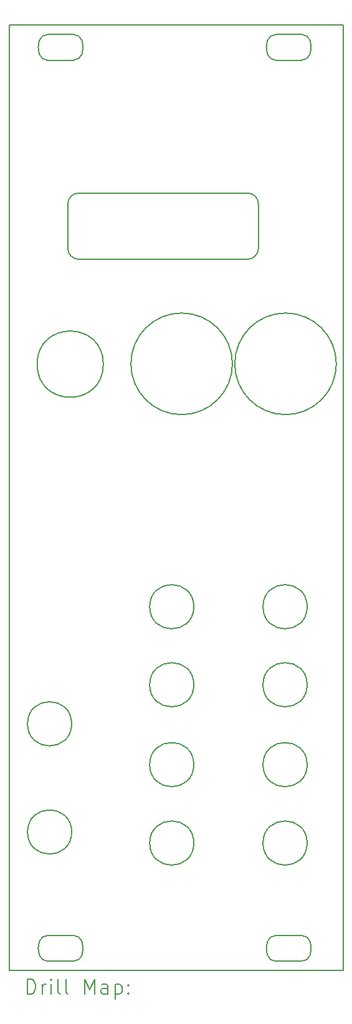
<source format=gbr>
%TF.GenerationSoftware,KiCad,Pcbnew,(6.0.7-1)-1*%
%TF.CreationDate,2022-12-12T14:07:08+01:00*%
%TF.ProjectId,panel,70616e65-6c2e-46b6-9963-61645f706362,rev?*%
%TF.SameCoordinates,Original*%
%TF.FileFunction,Drillmap*%
%TF.FilePolarity,Positive*%
%FSLAX45Y45*%
G04 Gerber Fmt 4.5, Leading zero omitted, Abs format (unit mm)*
G04 Created by KiCad (PCBNEW (6.0.7-1)-1) date 2022-12-12 14:07:08*
%MOMM*%
%LPD*%
G01*
G04 APERTURE LIST*
%ADD10C,0.200000*%
G04 APERTURE END LIST*
D10*
X6294800Y-2531700D02*
G75*
G03*
X6294800Y-2350300I-291180J90700D01*
G01*
X3080200Y-2266000D02*
X2727000Y-2266000D01*
X6649900Y-6741000D02*
G75*
G03*
X6649900Y-6741000I-690000J0D01*
G01*
X2203600Y-2141000D02*
X6741600Y-2141000D01*
X3150050Y-5321000D02*
X5441950Y-5321000D01*
X2612400Y-2531700D02*
G75*
G03*
X2727001Y-2616000I114565J35697D01*
G01*
X3080200Y-14506000D02*
X2727000Y-14506000D01*
X5712400Y-14771700D02*
G75*
G03*
X5827000Y-14856000I114565J35697D01*
G01*
X6741600Y-2141000D02*
X6741600Y-14981000D01*
X3053600Y-11631000D02*
G75*
G03*
X3053600Y-11631000I-300000J0D01*
G01*
X3194800Y-2531700D02*
G75*
G03*
X3194800Y-2350300I-291197J90700D01*
G01*
X6180200Y-14506000D02*
X5827000Y-14506000D01*
X4713600Y-12186000D02*
G75*
G03*
X4713600Y-12186000I-300000J0D01*
G01*
X2612400Y-2350300D02*
G75*
G03*
X2612400Y-2531700I291203J-90700D01*
G01*
X6253600Y-13251000D02*
G75*
G03*
X6253600Y-13251000I-300000J0D01*
G01*
X5827000Y-14506000D02*
G75*
G03*
X5712400Y-14590300I-23J-120013D01*
G01*
X6180200Y-2266000D02*
X5827000Y-2266000D01*
X5712400Y-2350300D02*
G75*
G03*
X5712400Y-2531700I291220J-90700D01*
G01*
X5238300Y-6741000D02*
G75*
G03*
X5238300Y-6741000I-690000J0D01*
G01*
X4713600Y-13251000D02*
G75*
G03*
X4713600Y-13251000I-300000J0D01*
G01*
X2727000Y-2616000D02*
X3080200Y-2616000D01*
X4713600Y-10041000D02*
G75*
G03*
X4713600Y-10041000I-300000J0D01*
G01*
X6180200Y-2616000D02*
G75*
G03*
X6294800Y-2531700I23J120014D01*
G01*
X2612400Y-14590300D02*
G75*
G03*
X2612400Y-14771700I291203J-90700D01*
G01*
X3194800Y-2350300D02*
G75*
G03*
X3080200Y-2266000I-114567J-35701D01*
G01*
X3000050Y-4571000D02*
X3000050Y-5171000D01*
X3000050Y-5171000D02*
G75*
G03*
X3150050Y-5321000I149999J-1D01*
G01*
X6294797Y-14590301D02*
G75*
G03*
X6180200Y-14506000I-114567J-35699D01*
G01*
X6253600Y-10041000D02*
G75*
G03*
X6253600Y-10041000I-300000J0D01*
G01*
X6294797Y-2350301D02*
G75*
G03*
X6180200Y-2266000I-114567J-35699D01*
G01*
X2727000Y-14856000D02*
X3080200Y-14856000D01*
X3080200Y-2616000D02*
G75*
G03*
X3194800Y-2531700I23J120014D01*
G01*
X5441950Y-5321000D02*
G75*
G03*
X5591950Y-5171000I-4J150004D01*
G01*
X5591950Y-4571000D02*
G75*
G03*
X5441950Y-4421000I-150000J0D01*
G01*
X5441950Y-4421000D02*
X3150050Y-4421000D01*
X3194800Y-14590300D02*
G75*
G03*
X3080200Y-14506000I-114567J-35701D01*
G01*
X5712400Y-14590300D02*
G75*
G03*
X5712400Y-14771700I291220J-90700D01*
G01*
X2612400Y-14771700D02*
G75*
G03*
X2727001Y-14856000I114565J35697D01*
G01*
X5827000Y-2266000D02*
G75*
G03*
X5712400Y-2350300I-23J-120013D01*
G01*
X6180200Y-14856000D02*
G75*
G03*
X6294800Y-14771700I23J120014D01*
G01*
X5591950Y-5171000D02*
X5591950Y-4571000D01*
X6253600Y-12186000D02*
G75*
G03*
X6253600Y-12186000I-300000J0D01*
G01*
X6294800Y-14771700D02*
G75*
G03*
X6294800Y-14590300I-291180J90700D01*
G01*
X2727000Y-2266000D02*
G75*
G03*
X2612400Y-2350300I-24J-120013D01*
G01*
X4713600Y-11101000D02*
G75*
G03*
X4713600Y-11101000I-300000J0D01*
G01*
X3483600Y-6745600D02*
G75*
G03*
X3483600Y-6745600I-450000J0D01*
G01*
X5827000Y-2616000D02*
X6180200Y-2616000D01*
X6741600Y-14981000D02*
X2203600Y-14981000D01*
X5712400Y-2531700D02*
G75*
G03*
X5827000Y-2616000I114565J35697D01*
G01*
X6253600Y-11101000D02*
G75*
G03*
X6253600Y-11101000I-300000J0D01*
G01*
X2203600Y-14981000D02*
X2203600Y-2141000D01*
X2727000Y-14506000D02*
G75*
G03*
X2612400Y-14590300I-24J-120013D01*
G01*
X5827000Y-14856000D02*
X6180200Y-14856000D01*
X3080200Y-14856000D02*
G75*
G03*
X3194800Y-14771700I23J120014D01*
G01*
X3150050Y-4421000D02*
G75*
G03*
X3000050Y-4571000I6J-150006D01*
G01*
X3194800Y-14771700D02*
G75*
G03*
X3194800Y-14590300I-291197J90700D01*
G01*
X3053600Y-13101000D02*
G75*
G03*
X3053600Y-13101000I-300000J0D01*
G01*
X2451219Y-15301476D02*
X2451219Y-15101476D01*
X2498838Y-15101476D01*
X2527410Y-15111000D01*
X2546457Y-15130048D01*
X2555981Y-15149095D01*
X2565505Y-15187190D01*
X2565505Y-15215762D01*
X2555981Y-15253857D01*
X2546457Y-15272905D01*
X2527410Y-15291952D01*
X2498838Y-15301476D01*
X2451219Y-15301476D01*
X2651219Y-15301476D02*
X2651219Y-15168143D01*
X2651219Y-15206238D02*
X2660743Y-15187190D01*
X2670267Y-15177667D01*
X2689314Y-15168143D01*
X2708362Y-15168143D01*
X2775029Y-15301476D02*
X2775029Y-15168143D01*
X2775029Y-15101476D02*
X2765505Y-15111000D01*
X2775029Y-15120524D01*
X2784552Y-15111000D01*
X2775029Y-15101476D01*
X2775029Y-15120524D01*
X2898838Y-15301476D02*
X2879790Y-15291952D01*
X2870267Y-15272905D01*
X2870267Y-15101476D01*
X3003600Y-15301476D02*
X2984552Y-15291952D01*
X2975028Y-15272905D01*
X2975028Y-15101476D01*
X3232171Y-15301476D02*
X3232171Y-15101476D01*
X3298838Y-15244333D01*
X3365505Y-15101476D01*
X3365505Y-15301476D01*
X3546457Y-15301476D02*
X3546457Y-15196714D01*
X3536933Y-15177667D01*
X3517886Y-15168143D01*
X3479790Y-15168143D01*
X3460743Y-15177667D01*
X3546457Y-15291952D02*
X3527409Y-15301476D01*
X3479790Y-15301476D01*
X3460743Y-15291952D01*
X3451219Y-15272905D01*
X3451219Y-15253857D01*
X3460743Y-15234809D01*
X3479790Y-15225286D01*
X3527409Y-15225286D01*
X3546457Y-15215762D01*
X3641695Y-15168143D02*
X3641695Y-15368143D01*
X3641695Y-15177667D02*
X3660743Y-15168143D01*
X3698838Y-15168143D01*
X3717886Y-15177667D01*
X3727409Y-15187190D01*
X3736933Y-15206238D01*
X3736933Y-15263381D01*
X3727409Y-15282428D01*
X3717886Y-15291952D01*
X3698838Y-15301476D01*
X3660743Y-15301476D01*
X3641695Y-15291952D01*
X3822648Y-15282428D02*
X3832171Y-15291952D01*
X3822648Y-15301476D01*
X3813124Y-15291952D01*
X3822648Y-15282428D01*
X3822648Y-15301476D01*
X3822648Y-15177667D02*
X3832171Y-15187190D01*
X3822648Y-15196714D01*
X3813124Y-15187190D01*
X3822648Y-15177667D01*
X3822648Y-15196714D01*
M02*

</source>
